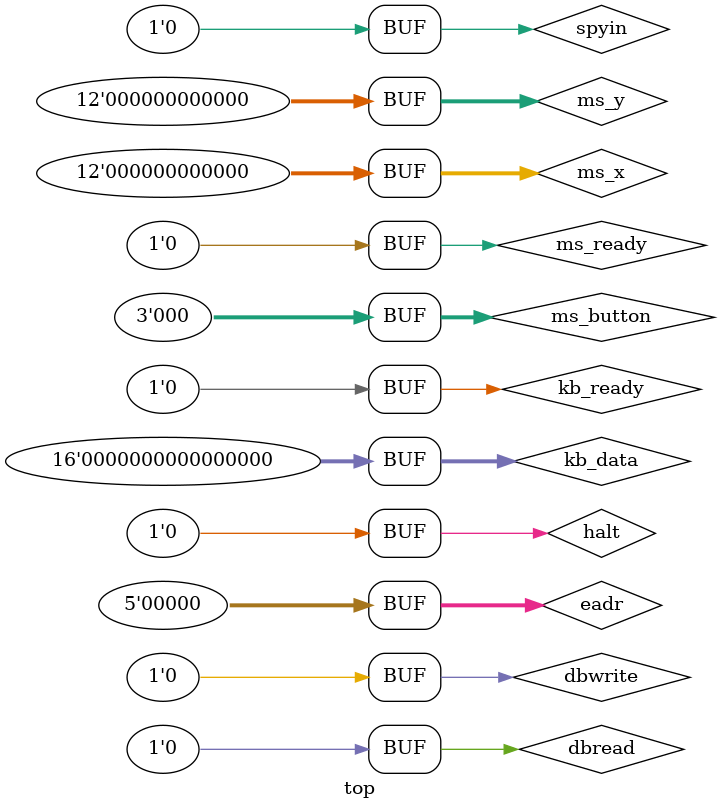
<source format=v>

`timescale 1ns/1ps

`define enable_mmc
`define enable_vga
`define enable_ps2
`define enable_spy_port

/* verilator lint_off SELRANGE */
/* verilator lint_off IMPLICIT */
/* verilator lint_off PINMISSING */
/* verilator lint_off WIDTH */

module top;

   reg boot;
   reg reset;
   wire [11:0] bd_state;
   wire [11:0] ms_x, ms_y;
   wire [15:0] bd_data_bd2cpu;
   wire [15:0] bd_data_cpu2bd;
   wire [15:0] kb_data;
   wire [15:0] spy_bd_data_bd2cpu;
   wire [15:0] spy_bd_data_cpu2bd;
   wire [15:0] spy_bd_state;
   wire [15:0] spy_in;
   wire [15:0] spy_out;
   wire [15:0] sram1_in;
   wire [15:0] sram2_in;
   wire [1:0] bd_cmd;
   wire [1:0] spy_bd_cmd;
   wire [21:0] busint_addr;
   wire [23:0] bd_addr;
   wire [23:0] spy_bd_addr;
   wire [2:0] ms_button;
   wire [31:0] busint_bus;
   wire [31:0] md;
   wire [31:0] sdram_data_in;
   wire [31:0] sdram_data_rc2cpu;
   wire [31:0] vram_cpu_data_in;
   wire [3:0] dots;
   wire [3:0] rc_state;
   wire [48:0] mcr_data_in;
   wire [4:0] eadr;
   wire bd_bsy;
   wire bd_err;
   wire bd_iordy;
   wire bd_rd;
   wire bd_rdy;
   wire bd_start;
   wire bd_wr;
   wire bus_int;
   wire clk50;
   wire cpu_clk;
   wire dbread, dbwrite;
   wire dcm_reset;
   wire halt;
   wire interrupt;
   wire kb_ps2_clk_in;
   wire kb_ps2_data_in;
   wire kb_ready;
   wire loadmd;
   wire lpddr_reset;
   wire memack;
   wire memrq;
   wire ms_ps2_clk_in;
   wire ms_ps2_clk_out;
   wire ms_ps2_data_in;
   wire ms_ps2_data_out;
   wire ms_ps2_dir;
   wire ms_ready;
   wire vga_clk;
   wire vga_clk_locked;
   wire spy_bd_bsy;
   wire spy_bd_err;
   wire spy_bd_iordy;
   wire spy_bd_rd;
   wire spy_bd_rdy;
   wire spy_bd_start;
   wire spy_bd_wr;
   wire sysclk_buf;
   wire vga_reset;
   wire wrcyc;

   /*AUTOWIRE*/
   // Beginning of automatic wires (for undeclared instantiated-module outputs)
   wire [3:0]		bus_state;		// From lm3 of lm3.v
   wire [15:0]		busint_spyout;		// From lm3 of lm3.v
   wire [4:0]		disk_state;		// From lm3 of lm3.v
   wire			fetch;			// From lm3 of lm3.v
   wire [13:0]		mcr_addr;		// From lm3 of lm3.v
   wire [48:0]		mcr_data_out;		// From ram_controller of ram_controller.v, ...
   wire			mcr_done;		// From ram_controller of ram_controller.v
   wire			mcr_ready;		// From ram_controller of ram_controller.v
   wire			mcr_write;		// From lm3 of lm3.v
   wire			mmc_cs;			// From lm3 of lm3.v
   wire			mmc_do;			// From lm3 of lm3.v
   wire			mmc_sclk;		// From lm3 of lm3.v
   wire			ms_ps2_clk;		// To/From lm3 of lm3.v
   wire			ms_ps2_data;		// To/From lm3 of lm3.v
   wire			prefetch;		// From lm3 of lm3.v
   wire			rs232_txd;		// From lm3 of lm3.v
   wire [21:0]		sdram_addr;		// From lm3 of lm3.v
   wire [31:0]		sdram_data_cpu2rc;	// From lm3 of lm3.v
   wire [31:0]		sdram_data_out;		// From ram_controller of ram_controller.v
   wire			sdram_done;		// From ram_controller of ram_controller.v
   wire			sdram_ready;		// From ram_controller of ram_controller.v
   wire			sdram_req;		// From lm3 of lm3.v
   wire			sdram_write;		// From lm3 of lm3.v
   wire			spy_rd;			// From lm3 of lm3.v
   wire [3:0]		spy_reg;		// From lm3 of lm3.v
   wire			spy_wr;			// From lm3 of lm3.v
   wire			sram1_ce_n;		// From ram_controller of ram_controller.v
   wire			sram1_lb_n;		// From ram_controller of ram_controller.v
   wire [15:0]		sram1_out;		// From ram_controller of ram_controller.v
   wire			sram1_ub_n;		// From ram_controller of ram_controller.v
   wire			sram2_ce_n;		// From ram_controller of ram_controller.v
   wire			sram2_lb_n;		// From ram_controller of ram_controller.v
   wire [15:0]		sram2_out;		// From ram_controller of ram_controller.v
   wire			sram2_ub_n;		// From ram_controller of ram_controller.v
   wire [17:0]		sram_a;			// From ram_controller of ram_controller.v
   wire			sram_oe_n;		// From ram_controller of ram_controller.v
   wire			sram_we_n;		// From ram_controller of ram_controller.v
   wire			vga_b;			// From lm3 of lm3.v
   wire			vga_blank;		// From lm3 of lm3.v
   wire			vga_g;			// From lm3 of lm3.v
   wire			vga_hsync;		// From lm3 of lm3.v
   wire			vga_r;			// From lm3 of lm3.v
   wire			vga_vsync;		// From lm3 of lm3.v
   wire [14:0]		vram_cpu_addr;		// From lm3 of lm3.v
   wire [31:0]		vram_cpu_data_out;	// From ram_controller of ram_controller.v, ...
   wire			vram_cpu_done;		// From ram_controller of ram_controller.v
   wire			vram_cpu_ready;		// From ram_controller of ram_controller.v
   wire			vram_cpu_req;		// From lm3 of lm3.v
   wire			vram_cpu_write;		// From lm3 of lm3.v
   wire [14:0]		vram_vga_addr;		// From lm3 of lm3.v
   wire [31:0]		vram_vga_data_out;	// From ram_controller of ram_controller.v
   wire			vram_vga_ready;		// From ram_controller of ram_controller.v
   wire			vram_vga_req;		// From lm3 of lm3.v
   // End of automatics

   ////////////////////////////////////////////////////////////////////////////////

   integer cycles;   
   
   always @(posedge lm3.cpu.clk) begin
      if (lm3.cpu.state == 6'b100000 && ~lm3.cpu.iwrited && ~lm3.cpu.cadr_contrl.inop) begin
	 cycles = cycles + 1;
      end
   end

   assign halt = 0;
   assign eadr = 5'b0;
   assign dbread = 0;
   assign dbwrite = 0;
   assign spyin = 0;
   assign kb_ready = 0;
   assign kb_data = 16'b0;
   assign ms_ready = 0;
   assign ms_x = 12'b0;
   assign ms_y = 12'b0;
   assign ms_button = 3'b0;

   ram_controller ram_controller(/*AUTOINST*/
				 // Outputs
				 .sram1_out		(sram1_out[15:0]),
				 .sram2_out		(sram2_out[15:0]),
				 .sram_a		(sram_a[17:0]),
				 .sdram_data_out	(sdram_data_out[31:0]),
				 .vram_cpu_data_out	(vram_cpu_data_out[31:0]),
				 .vram_vga_data_out	(vram_vga_data_out[31:0]),
				 .mcr_data_out		(mcr_data_out[48:0]),
				 .mcr_done		(mcr_done),
				 .mcr_ready		(mcr_ready),
				 .sdram_done		(sdram_done),
				 .sdram_ready		(sdram_ready),
				 .sram1_ce_n		(sram1_ce_n),
				 .sram1_ub_n		(sram1_ub_n),
				 .sram1_lb_n		(sram1_lb_n),
				 .sram2_ce_n		(sram2_ce_n),
				 .sram2_ub_n		(sram2_ub_n),
				 .sram2_lb_n		(sram2_lb_n),
				 .sram_oe_n		(sram_oe_n),
				 .sram_we_n		(sram_we_n),
				 .vram_cpu_done		(vram_cpu_done),
				 .vram_cpu_ready	(vram_cpu_ready),
				 .vram_vga_ready	(vram_vga_ready),
				 // Inputs
				 .mcr_addr		(mcr_addr[13:0]),
				 .vram_cpu_addr		(vram_cpu_addr[14:0]),
				 .vram_vga_addr		(vram_vga_addr[14:0]),
				 .sram1_in		(sram1_in[15:0]),
				 .sram2_in		(sram2_in[15:0]),
				 .sdram_addr		(sdram_addr[21:0]),
				 .sdram_data_in		(sdram_data_in[31:0]),
				 .vram_cpu_data_in	(vram_cpu_data_in[31:0]),
				 .mcr_data_in		(mcr_data_in[48:0]),
				 .clk			(clk),
				 .cpu_clk		(cpu_clk),
				 .fetch			(fetch),
				 .mcr_write		(mcr_write),
				 .prefetch		(prefetch),
				 .reset			(reset),
				 .sdram_req		(sdram_req),
				 .sdram_write		(sdram_write),
				 .vga_clk		(vga_clk),
				 .vram_cpu_req		(vram_cpu_req),
				 .vram_cpu_write	(vram_cpu_write),
				 .vram_vga_req		(vram_vga_req));

   lm3 lm3(/*AUTOINST*/
	   // Outputs
	   .sdram_addr			(sdram_addr[21:0]),
	   .sdram_data_cpu2rc		(sdram_data_cpu2rc[31:0]),
	   .sdram_req			(sdram_req),
	   .sdram_write			(sdram_write),
	   .vram_cpu_addr		(vram_cpu_addr[14:0]),
	   .vram_cpu_data_out		(vram_cpu_data_out[31:0]),
	   .vram_cpu_req		(vram_cpu_req),
	   .vram_cpu_write		(vram_cpu_write),
	   .spy_reg			(spy_reg[3:0]),
	   .busint_spyout		(busint_spyout[15:0]),
	   .spy_rd			(spy_rd),
	   .spy_wr			(spy_wr),
	   .disk_state			(disk_state[4:0]),
	   .bus_state			(bus_state[3:0]),
	   .fetch			(fetch),
	   .prefetch			(prefetch),
	   .mcr_addr			(mcr_addr[13:0]),
	   .mcr_data_out		(mcr_data_out[48:0]),
	   .mcr_write			(mcr_write),
	   .mmc_cs			(mmc_cs),
	   .mmc_do			(mmc_do),
	   .mmc_sclk			(mmc_sclk),
	   .vram_vga_addr		(vram_vga_addr[14:0]),
	   .vram_vga_req		(vram_vga_req),
	   .vga_blank			(vga_blank),
	   .vga_r			(vga_r),
	   .vga_g			(vga_g),
	   .vga_b			(vga_b),
	   .vga_hsync			(vga_hsync),
	   .vga_vsync			(vga_vsync),
	   .rs232_txd			(rs232_txd),
	   // Inouts
	   .ms_ps2_clk			(ms_ps2_clk),
	   .ms_ps2_data			(ms_ps2_data),
	   // Inputs
	   .clk50			(clk50),
	   .reset			(reset),
	   .sdram_data_rc2cpu		(sdram_data_rc2cpu[31:0]),
	   .sdram_done			(sdram_done),
	   .sdram_ready			(sdram_ready),
	   .vram_cpu_data_in		(vram_cpu_data_in[31:0]),
	   .vram_cpu_done		(vram_cpu_done),
	   .vram_cpu_ready		(vram_cpu_ready),
	   .cpu_clk			(cpu_clk),
	   .boot			(boot),
	   .halt			(halt),
	   .interrupt			(interrupt),
	   .mcr_data_in			(mcr_data_in[48:0]),
	   .mcr_ready			(mcr_ready),
	   .mcr_done			(mcr_done),
	   .mmc_di			(mmc_di),
	   .vram_vga_data_out		(vram_vga_data_out[31:0]),
	   .vram_vga_ready		(vram_vga_ready),
	   .vga_clk			(vga_clk),
	   .kb_ps2_clk			(kb_ps2_clk),
	   .kb_ps2_data			(kb_ps2_data),
	   .rs232_rxd			(rs232_rxd));

   vga_dpi vga_dpi
     (
      .vsync(vga_hsync),
      .hsync(vga_vsync),
      .r(vga_red),
      .g(vga_grn),
      .b(vga_blu),
      /*AUTOINST*/
      // Inputs
      .clk				(clk));
   
   mmc_dpi mmc_dpi
     (
      .clk(cpu_clk),
      .mmc_di(mmc_do),
      .mmc_do(mmc_di),
      /*AUTOINST*/
      // Inputs
      .mmc_sclk				(mmc_sclk),
      .mmc_cs				(mmc_cs));

endmodule

`default_nettype wire

// Local Variables:
// verilog-library-directories: (".")
// End:

</source>
